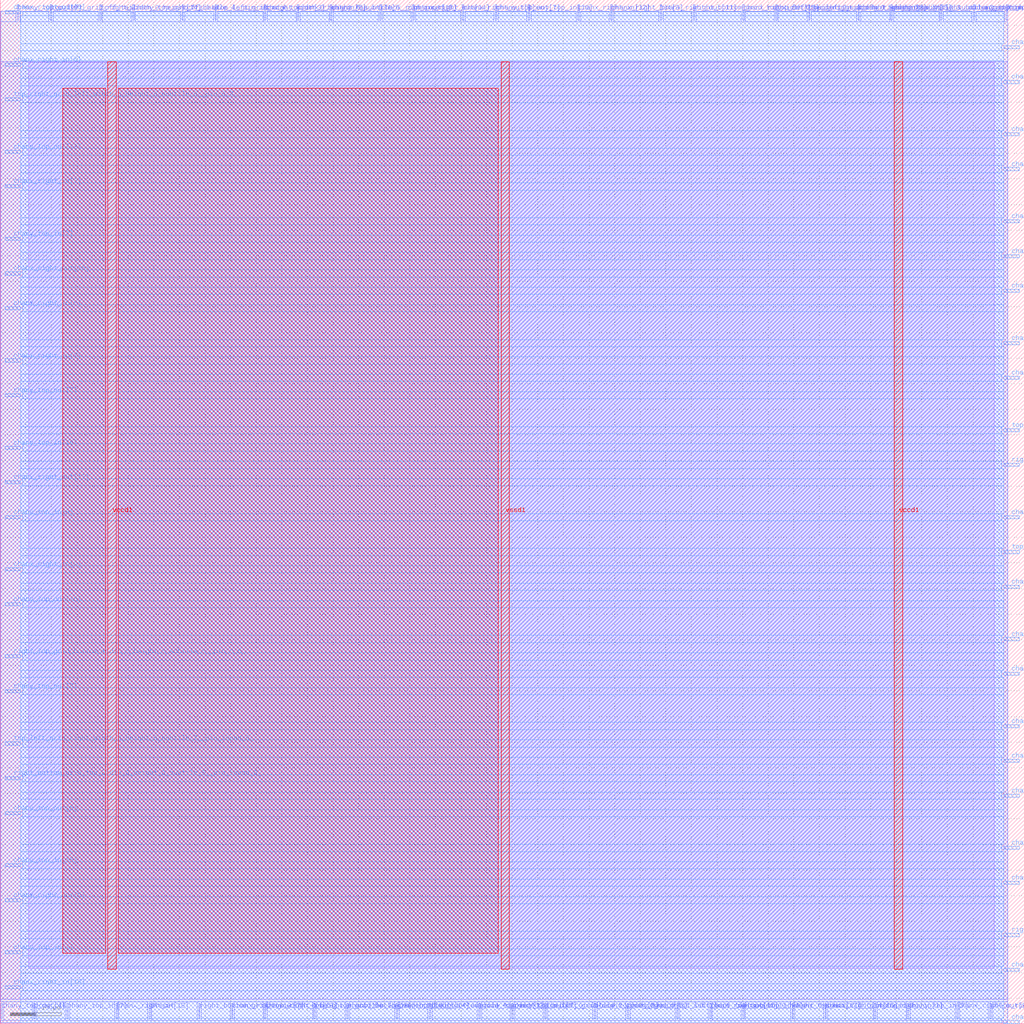
<source format=lef>
VERSION 5.7 ;
  NOWIREEXTENSIONATPIN ON ;
  DIVIDERCHAR "/" ;
  BUSBITCHARS "[]" ;
MACRO sb_0__0_
  CLASS BLOCK ;
  FOREIGN sb_0__0_ ;
  ORIGIN 0.000 0.000 ;
  SIZE 200.000 BY 200.000 ;
  PIN ccff_head
    DIRECTION INPUT ;
    USE SIGNAL ;
    PORT
      LAYER met2 ;
        RECT 35.510 196.000 35.790 199.000 ;
    END
  END ccff_head
  PIN ccff_tail
    DIRECTION OUTPUT TRISTATE ;
    USE SIGNAL ;
    PORT
      LAYER met2 ;
        RECT 19.410 196.000 19.690 199.000 ;
    END
  END ccff_tail
  PIN chanx_right_in[0]
    DIRECTION INPUT ;
    USE SIGNAL ;
    PORT
      LAYER met3 ;
        RECT 1.000 139.440 4.000 140.040 ;
    END
  END chanx_right_in[0]
  PIN chanx_right_in[10]
    DIRECTION INPUT ;
    USE SIGNAL ;
    PORT
      LAYER met3 ;
        RECT 196.000 57.840 199.000 58.440 ;
    END
  END chanx_right_in[10]
  PIN chanx_right_in[11]
    DIRECTION INPUT ;
    USE SIGNAL ;
    PORT
      LAYER met3 ;
        RECT 196.000 125.840 199.000 126.440 ;
    END
  END chanx_right_in[11]
  PIN chanx_right_in[12]
    DIRECTION INPUT ;
    USE SIGNAL ;
    PORT
      LAYER met2 ;
        RECT 112.790 196.000 113.070 199.000 ;
    END
  END chanx_right_in[12]
  PIN chanx_right_in[13]
    DIRECTION INPUT ;
    USE SIGNAL ;
    PORT
      LAYER met2 ;
        RECT 51.610 1.000 51.890 4.000 ;
    END
  END chanx_right_in[13]
  PIN chanx_right_in[14]
    DIRECTION INPUT ;
    USE SIGNAL ;
    PORT
      LAYER met2 ;
        RECT 77.370 1.000 77.650 4.000 ;
    END
  END chanx_right_in[14]
  PIN chanx_right_in[15]
    DIRECTION INPUT ;
    USE SIGNAL ;
    PORT
      LAYER met2 ;
        RECT 161.090 1.000 161.370 4.000 ;
    END
  END chanx_right_in[15]
  PIN chanx_right_in[16]
    DIRECTION INPUT ;
    USE SIGNAL ;
    PORT
      LAYER met3 ;
        RECT 1.000 6.840 4.000 7.440 ;
    END
  END chanx_right_in[16]
  PIN chanx_right_in[17]
    DIRECTION INPUT ;
    USE SIGNAL ;
    PORT
      LAYER met3 ;
        RECT 196.000 156.440 199.000 157.040 ;
    END
  END chanx_right_in[17]
  PIN chanx_right_in[18]
    DIRECTION INPUT ;
    USE SIGNAL ;
    PORT
      LAYER met2 ;
        RECT 22.630 1.000 22.910 4.000 ;
    END
  END chanx_right_in[18]
  PIN chanx_right_in[1]
    DIRECTION INPUT ;
    USE SIGNAL ;
    PORT
      LAYER met2 ;
        RECT 170.750 1.000 171.030 4.000 ;
    END
  END chanx_right_in[1]
  PIN chanx_right_in[2]
    DIRECTION INPUT ;
    USE SIGNAL ;
    PORT
      LAYER met3 ;
        RECT 1.000 163.240 4.000 163.840 ;
    END
  END chanx_right_in[2]
  PIN chanx_right_in[3]
    DIRECTION INPUT ;
    USE SIGNAL ;
    PORT
      LAYER met2 ;
        RECT 167.530 196.000 167.810 199.000 ;
    END
  END chanx_right_in[3]
  PIN chanx_right_in[4]
    DIRECTION INPUT ;
    USE SIGNAL ;
    PORT
      LAYER met3 ;
        RECT 196.000 98.640 199.000 99.240 ;
    END
  END chanx_right_in[4]
  PIN chanx_right_in[5]
    DIRECTION INPUT ;
    USE SIGNAL ;
    PORT
      LAYER met2 ;
        RECT 58.050 196.000 58.330 199.000 ;
    END
  END chanx_right_in[5]
  PIN chanx_right_in[6]
    DIRECTION INPUT ;
    USE SIGNAL ;
    PORT
      LAYER met3 ;
        RECT 1.000 187.040 4.000 187.640 ;
    END
  END chanx_right_in[6]
  PIN chanx_right_in[7]
    DIRECTION INPUT ;
    USE SIGNAL ;
    PORT
      LAYER met3 ;
        RECT 1.000 129.240 4.000 129.840 ;
    END
  END chanx_right_in[7]
  PIN chanx_right_in[8]
    DIRECTION INPUT ;
    USE SIGNAL ;
    PORT
      LAYER met2 ;
        RECT 193.290 1.000 193.570 4.000 ;
    END
  END chanx_right_in[8]
  PIN chanx_right_in[9]
    DIRECTION INPUT ;
    USE SIGNAL ;
    PORT
      LAYER met3 ;
        RECT 1.000 88.440 4.000 89.040 ;
    END
  END chanx_right_in[9]
  PIN chanx_right_out[0]
    DIRECTION OUTPUT TRISTATE ;
    USE SIGNAL ;
    PORT
      LAYER met3 ;
        RECT 196.000 173.440 199.000 174.040 ;
    END
  END chanx_right_out[0]
  PIN chanx_right_out[10]
    DIRECTION OUTPUT TRISTATE ;
    USE SIGNAL ;
    PORT
      LAYER met3 ;
        RECT 196.000 27.240 199.000 27.840 ;
    END
  END chanx_right_out[10]
  PIN chanx_right_out[11]
    DIRECTION OUTPUT TRISTATE ;
    USE SIGNAL ;
    PORT
      LAYER met2 ;
        RECT 128.890 196.000 129.170 199.000 ;
    END
  END chanx_right_out[11]
  PIN chanx_right_out[12]
    DIRECTION OUTPUT TRISTATE ;
    USE SIGNAL ;
    PORT
      LAYER met3 ;
        RECT 1.000 105.440 4.000 106.040 ;
    END
  END chanx_right_out[12]
  PIN chanx_right_out[13]
    DIRECTION OUTPUT TRISTATE ;
    USE SIGNAL ;
    PORT
      LAYER met2 ;
        RECT 74.150 196.000 74.430 199.000 ;
    END
  END chanx_right_out[13]
  PIN chanx_right_out[14]
    DIRECTION OUTPUT TRISTATE ;
    USE SIGNAL ;
    PORT
      LAYER met2 ;
        RECT 80.590 196.000 80.870 199.000 ;
    END
  END chanx_right_out[14]
  PIN chanx_right_out[15]
    DIRECTION OUTPUT TRISTATE ;
    USE SIGNAL ;
    PORT
      LAYER met2 ;
        RECT 144.990 196.000 145.270 199.000 ;
    END
  END chanx_right_out[15]
  PIN chanx_right_out[16]
    DIRECTION OUTPUT TRISTATE ;
    USE SIGNAL ;
    PORT
      LAYER met3 ;
        RECT 1.000 146.240 4.000 146.840 ;
    END
  END chanx_right_out[16]
  PIN chanx_right_out[17]
    DIRECTION OUTPUT TRISTATE ;
    USE SIGNAL ;
    PORT
      LAYER met3 ;
        RECT 196.000 190.440 199.000 191.040 ;
    END
  END chanx_right_out[17]
  PIN chanx_right_out[18]
    DIRECTION OUTPUT TRISTATE ;
    USE SIGNAL ;
    PORT
      LAYER met3 ;
        RECT 196.000 166.640 199.000 167.240 ;
    END
  END chanx_right_out[18]
  PIN chanx_right_out[1]
    DIRECTION OUTPUT TRISTATE ;
    USE SIGNAL ;
    PORT
      LAYER met3 ;
        RECT 196.000 183.640 199.000 184.240 ;
    END
  END chanx_right_out[1]
  PIN chanx_right_out[2]
    DIRECTION OUTPUT TRISTATE ;
    USE SIGNAL ;
    PORT
      LAYER met3 ;
        RECT 196.000 44.240 199.000 44.840 ;
    END
  END chanx_right_out[2]
  PIN chanx_right_out[3]
    DIRECTION OUTPUT TRISTATE ;
    USE SIGNAL ;
    PORT
      LAYER met2 ;
        RECT 119.230 196.000 119.510 199.000 ;
    END
  END chanx_right_out[3]
  PIN chanx_right_out[4]
    DIRECTION OUTPUT TRISTATE ;
    USE SIGNAL ;
    PORT
      LAYER met2 ;
        RECT 90.250 196.000 90.530 199.000 ;
    END
  END chanx_right_out[4]
  PIN chanx_right_out[5]
    DIRECTION OUTPUT TRISTATE ;
    USE SIGNAL ;
    PORT
      LAYER met3 ;
        RECT 1.000 23.840 4.000 24.440 ;
    END
  END chanx_right_out[5]
  PIN chanx_right_out[6]
    DIRECTION OUTPUT TRISTATE ;
    USE SIGNAL ;
    PORT
      LAYER met3 ;
        RECT 1.000 197.240 4.000 197.840 ;
    END
  END chanx_right_out[6]
  PIN chanx_right_out[7]
    DIRECTION OUTPUT TRISTATE ;
    USE SIGNAL ;
    PORT
      LAYER met2 ;
        RECT 45.170 1.000 45.450 4.000 ;
    END
  END chanx_right_out[7]
  PIN chanx_right_out[8]
    DIRECTION OUTPUT TRISTATE ;
    USE SIGNAL ;
    PORT
      LAYER met3 ;
        RECT 196.000 142.840 199.000 143.440 ;
    END
  END chanx_right_out[8]
  PIN chanx_right_out[9]
    DIRECTION OUTPUT TRISTATE ;
    USE SIGNAL ;
    PORT
      LAYER met2 ;
        RECT 186.850 1.000 187.130 4.000 ;
    END
  END chanx_right_out[9]
  PIN chany_top_in[0]
    DIRECTION INPUT ;
    USE SIGNAL ;
    PORT
      LAYER met3 ;
        RECT 196.000 74.840 199.000 75.440 ;
    END
  END chany_top_in[0]
  PIN chany_top_in[10]
    DIRECTION INPUT ;
    USE SIGNAL ;
    PORT
      LAYER met2 ;
        RECT 103.130 196.000 103.410 199.000 ;
    END
  END chany_top_in[10]
  PIN chany_top_in[11]
    DIRECTION INPUT ;
    USE SIGNAL ;
    PORT
      LAYER met2 ;
        RECT 64.490 196.000 64.770 199.000 ;
    END
  END chany_top_in[11]
  PIN chany_top_in[12]
    DIRECTION INPUT ;
    USE SIGNAL ;
    PORT
      LAYER met3 ;
        RECT 196.000 0.040 199.000 0.640 ;
    END
  END chany_top_in[12]
  PIN chany_top_in[13]
    DIRECTION INPUT ;
    USE SIGNAL ;
    PORT
      LAYER met3 ;
        RECT 196.000 149.640 199.000 150.240 ;
    END
  END chany_top_in[13]
  PIN chany_top_in[14]
    DIRECTION INPUT ;
    USE SIGNAL ;
    PORT
      LAYER met2 ;
        RECT 190.070 196.000 190.350 199.000 ;
    END
  END chany_top_in[14]
  PIN chany_top_in[15]
    DIRECTION INPUT ;
    USE SIGNAL ;
    PORT
      LAYER met3 ;
        RECT 1.000 30.640 4.000 31.240 ;
    END
  END chany_top_in[15]
  PIN chany_top_in[16]
    DIRECTION INPUT ;
    USE SIGNAL ;
    PORT
      LAYER met2 ;
        RECT 67.710 1.000 67.990 4.000 ;
    END
  END chany_top_in[16]
  PIN chany_top_in[17]
    DIRECTION INPUT ;
    USE SIGNAL ;
    PORT
      LAYER met3 ;
        RECT 196.000 34.040 199.000 34.640 ;
    END
  END chany_top_in[17]
  PIN chany_top_in[18]
    DIRECTION INPUT ;
    USE SIGNAL ;
    PORT
      LAYER met3 ;
        RECT 1.000 112.240 4.000 112.840 ;
    END
  END chany_top_in[18]
  PIN chany_top_in[1]
    DIRECTION INPUT ;
    USE SIGNAL ;
    PORT
      LAYER met3 ;
        RECT 1.000 13.640 4.000 14.240 ;
    END
  END chany_top_in[1]
  PIN chany_top_in[2]
    DIRECTION INPUT ;
    USE SIGNAL ;
    PORT
      LAYER met3 ;
        RECT 1.000 153.040 4.000 153.640 ;
    END
  END chany_top_in[2]
  PIN chany_top_in[3]
    DIRECTION INPUT ;
    USE SIGNAL ;
    PORT
      LAYER met2 ;
        RECT 51.610 196.000 51.890 199.000 ;
    END
  END chany_top_in[3]
  PIN chany_top_in[4]
    DIRECTION INPUT ;
    USE SIGNAL ;
    PORT
      LAYER met2 ;
        RECT 144.990 1.000 145.270 4.000 ;
    END
  END chany_top_in[4]
  PIN chany_top_in[5]
    DIRECTION INPUT ;
    USE SIGNAL ;
    PORT
      LAYER met2 ;
        RECT 173.970 196.000 174.250 199.000 ;
    END
  END chany_top_in[5]
  PIN chany_top_in[6]
    DIRECTION INPUT ;
    USE SIGNAL ;
    PORT
      LAYER met2 ;
        RECT 122.450 1.000 122.730 4.000 ;
    END
  END chany_top_in[6]
  PIN chany_top_in[7]
    DIRECTION INPUT ;
    USE SIGNAL ;
    PORT
      LAYER met2 ;
        RECT 12.970 1.000 13.250 4.000 ;
    END
  END chany_top_in[7]
  PIN chany_top_in[8]
    DIRECTION INPUT ;
    USE SIGNAL ;
    PORT
      LAYER met3 ;
        RECT 1.000 98.640 4.000 99.240 ;
    END
  END chany_top_in[8]
  PIN chany_top_in[9]
    DIRECTION INPUT ;
    USE SIGNAL ;
    PORT
      LAYER met2 ;
        RECT 177.190 1.000 177.470 4.000 ;
    END
  END chany_top_in[9]
  PIN chany_top_out[0]
    DIRECTION OUTPUT TRISTATE ;
    USE SIGNAL ;
    PORT
      LAYER met3 ;
        RECT 196.000 85.040 199.000 85.640 ;
    END
  END chany_top_out[0]
  PIN chany_top_out[10]
    DIRECTION OUTPUT TRISTATE ;
    USE SIGNAL ;
    PORT
      LAYER met3 ;
        RECT 196.000 51.040 199.000 51.640 ;
    END
  END chany_top_out[10]
  PIN chany_top_out[11]
    DIRECTION OUTPUT TRISTATE ;
    USE SIGNAL ;
    PORT
      LAYER met2 ;
        RECT 138.550 1.000 138.830 4.000 ;
    END
  END chany_top_out[11]
  PIN chany_top_out[12]
    DIRECTION OUTPUT TRISTATE ;
    USE SIGNAL ;
    PORT
      LAYER met3 ;
        RECT 1.000 170.040 4.000 170.640 ;
    END
  END chany_top_out[12]
  PIN chany_top_out[13]
    DIRECTION OUTPUT TRISTATE ;
    USE SIGNAL ;
    PORT
      LAYER met3 ;
        RECT 196.000 10.240 199.000 10.840 ;
    END
  END chany_top_out[13]
  PIN chany_top_out[14]
    DIRECTION OUTPUT TRISTATE ;
    USE SIGNAL ;
    PORT
      LAYER met2 ;
        RECT 25.850 196.000 26.130 199.000 ;
    END
  END chany_top_out[14]
  PIN chany_top_out[15]
    DIRECTION OUTPUT TRISTATE ;
    USE SIGNAL ;
    PORT
      LAYER met3 ;
        RECT 196.000 68.040 199.000 68.640 ;
    END
  END chany_top_out[15]
  PIN chany_top_out[16]
    DIRECTION OUTPUT TRISTATE ;
    USE SIGNAL ;
    PORT
      LAYER met3 ;
        RECT 1.000 81.640 4.000 82.240 ;
    END
  END chany_top_out[16]
  PIN chany_top_out[17]
    DIRECTION OUTPUT TRISTATE ;
    USE SIGNAL ;
    PORT
      LAYER met2 ;
        RECT 154.650 1.000 154.930 4.000 ;
    END
  END chany_top_out[17]
  PIN chany_top_out[18]
    DIRECTION OUTPUT TRISTATE ;
    USE SIGNAL ;
    PORT
      LAYER met3 ;
        RECT 196.000 132.640 199.000 133.240 ;
    END
  END chany_top_out[18]
  PIN chany_top_out[1]
    DIRECTION OUTPUT TRISTATE ;
    USE SIGNAL ;
    PORT
      LAYER met2 ;
        RECT 93.470 1.000 93.750 4.000 ;
    END
  END chany_top_out[1]
  PIN chany_top_out[2]
    DIRECTION OUTPUT TRISTATE ;
    USE SIGNAL ;
    PORT
      LAYER met3 ;
        RECT 1.000 122.440 4.000 123.040 ;
    END
  END chany_top_out[2]
  PIN chany_top_out[3]
    DIRECTION OUTPUT TRISTATE ;
    USE SIGNAL ;
    PORT
      LAYER met2 ;
        RECT 99.910 1.000 100.190 4.000 ;
    END
  END chany_top_out[3]
  PIN chany_top_out[4]
    DIRECTION OUTPUT TRISTATE ;
    USE SIGNAL ;
    PORT
      LAYER met2 ;
        RECT 0.090 1.000 0.370 4.000 ;
    END
  END chany_top_out[4]
  PIN chany_top_out[5]
    DIRECTION OUTPUT TRISTATE ;
    USE SIGNAL ;
    PORT
      LAYER met2 ;
        RECT 116.010 1.000 116.290 4.000 ;
    END
  END chany_top_out[5]
  PIN chany_top_out[6]
    DIRECTION OUTPUT TRISTATE ;
    USE SIGNAL ;
    PORT
      LAYER met3 ;
        RECT 1.000 40.840 4.000 41.440 ;
    END
  END chany_top_out[6]
  PIN chany_top_out[7]
    DIRECTION OUTPUT TRISTATE ;
    USE SIGNAL ;
    PORT
      LAYER met2 ;
        RECT 96.690 196.000 96.970 199.000 ;
    END
  END chany_top_out[7]
  PIN chany_top_out[8]
    DIRECTION OUTPUT TRISTATE ;
    USE SIGNAL ;
    PORT
      LAYER met3 ;
        RECT 1.000 64.640 4.000 65.240 ;
    END
  END chany_top_out[8]
  PIN chany_top_out[9]
    DIRECTION OUTPUT TRISTATE ;
    USE SIGNAL ;
    PORT
      LAYER met2 ;
        RECT 3.310 196.000 3.590 199.000 ;
    END
  END chany_top_out[9]
  PIN pReset
    DIRECTION INPUT ;
    USE SIGNAL ;
    PORT
      LAYER met2 ;
        RECT 29.070 1.000 29.350 4.000 ;
    END
  END pReset
  PIN prog_clk
    DIRECTION INPUT ;
    USE SIGNAL ;
    PORT
      LAYER met2 ;
        RECT 6.530 1.000 6.810 4.000 ;
    END
  END prog_clk
  PIN right_bottom_grid_top_width_0_height_0_subtile_0__pin_inpad_0_
    DIRECTION INPUT ;
    USE SIGNAL ;
    PORT
      LAYER met2 ;
        RECT 183.630 196.000 183.910 199.000 ;
    END
  END right_bottom_grid_top_width_0_height_0_subtile_0__pin_inpad_0_
  PIN right_bottom_grid_top_width_0_height_0_subtile_1__pin_inpad_0_
    DIRECTION INPUT ;
    USE SIGNAL ;
    PORT
      LAYER met2 ;
        RECT 135.330 196.000 135.610 199.000 ;
    END
  END right_bottom_grid_top_width_0_height_0_subtile_1__pin_inpad_0_
  PIN right_bottom_grid_top_width_0_height_0_subtile_2__pin_inpad_0_
    DIRECTION INPUT ;
    USE SIGNAL ;
    PORT
      LAYER met2 ;
        RECT 83.810 1.000 84.090 4.000 ;
    END
  END right_bottom_grid_top_width_0_height_0_subtile_2__pin_inpad_0_
  PIN right_bottom_grid_top_width_0_height_0_subtile_3__pin_inpad_0_
    DIRECTION INPUT ;
    USE SIGNAL ;
    PORT
      LAYER met2 ;
        RECT 196.510 196.000 196.790 199.000 ;
    END
  END right_bottom_grid_top_width_0_height_0_subtile_3__pin_inpad_0_
  PIN right_bottom_grid_top_width_0_height_0_subtile_4__pin_inpad_0_
    DIRECTION INPUT ;
    USE SIGNAL ;
    PORT
      LAYER met3 ;
        RECT 196.000 17.040 199.000 17.640 ;
    END
  END right_bottom_grid_top_width_0_height_0_subtile_4__pin_inpad_0_
  PIN right_bottom_grid_top_width_0_height_0_subtile_5__pin_inpad_0_
    DIRECTION INPUT ;
    USE SIGNAL ;
    PORT
      LAYER met3 ;
        RECT 1.000 47.640 4.000 48.240 ;
    END
  END right_bottom_grid_top_width_0_height_0_subtile_5__pin_inpad_0_
  PIN right_bottom_grid_top_width_0_height_0_subtile_6__pin_inpad_0_
    DIRECTION INPUT ;
    USE SIGNAL ;
    PORT
      LAYER met3 ;
        RECT 196.000 108.840 199.000 109.440 ;
    END
  END right_bottom_grid_top_width_0_height_0_subtile_6__pin_inpad_0_
  PIN right_bottom_grid_top_width_0_height_0_subtile_7__pin_inpad_0_
    DIRECTION INPUT ;
    USE SIGNAL ;
    PORT
      LAYER met2 ;
        RECT 38.730 1.000 39.010 4.000 ;
    END
  END right_bottom_grid_top_width_0_height_0_subtile_7__pin_inpad_0_
  PIN right_top_grid_bottom_width_0_height_0_subtile_0__pin_O_2_
    DIRECTION INPUT ;
    USE SIGNAL ;
    PORT
      LAYER met2 ;
        RECT 61.270 1.000 61.550 4.000 ;
    END
  END right_top_grid_bottom_width_0_height_0_subtile_0__pin_O_2_
  PIN right_top_grid_bottom_width_0_height_0_subtile_0__pin_O_6_
    DIRECTION INPUT ;
    USE SIGNAL ;
    PORT
      LAYER met3 ;
        RECT 1.000 71.440 4.000 72.040 ;
    END
  END right_top_grid_bottom_width_0_height_0_subtile_0__pin_O_6_
  PIN top_left_grid_right_width_0_height_0_subtile_0__pin_inpad_0_
    DIRECTION INPUT ;
    USE SIGNAL ;
    PORT
      LAYER met3 ;
        RECT 196.000 115.640 199.000 116.240 ;
    END
  END top_left_grid_right_width_0_height_0_subtile_0__pin_inpad_0_
  PIN top_left_grid_right_width_0_height_0_subtile_1__pin_inpad_0_
    DIRECTION INPUT ;
    USE SIGNAL ;
    PORT
      LAYER met2 ;
        RECT 106.350 1.000 106.630 4.000 ;
    END
  END top_left_grid_right_width_0_height_0_subtile_1__pin_inpad_0_
  PIN top_left_grid_right_width_0_height_0_subtile_2__pin_inpad_0_
    DIRECTION INPUT ;
    USE SIGNAL ;
    PORT
      LAYER met2 ;
        RECT 157.870 196.000 158.150 199.000 ;
    END
  END top_left_grid_right_width_0_height_0_subtile_2__pin_inpad_0_
  PIN top_left_grid_right_width_0_height_0_subtile_3__pin_inpad_0_
    DIRECTION INPUT ;
    USE SIGNAL ;
    PORT
      LAYER met2 ;
        RECT 151.430 196.000 151.710 199.000 ;
    END
  END top_left_grid_right_width_0_height_0_subtile_3__pin_inpad_0_
  PIN top_left_grid_right_width_0_height_0_subtile_4__pin_inpad_0_
    DIRECTION INPUT ;
    USE SIGNAL ;
    PORT
      LAYER met2 ;
        RECT 9.750 196.000 10.030 199.000 ;
    END
  END top_left_grid_right_width_0_height_0_subtile_4__pin_inpad_0_
  PIN top_left_grid_right_width_0_height_0_subtile_5__pin_inpad_0_
    DIRECTION INPUT ;
    USE SIGNAL ;
    PORT
      LAYER met2 ;
        RECT 41.950 196.000 42.230 199.000 ;
    END
  END top_left_grid_right_width_0_height_0_subtile_5__pin_inpad_0_
  PIN top_left_grid_right_width_0_height_0_subtile_6__pin_inpad_0_
    DIRECTION INPUT ;
    USE SIGNAL ;
    PORT
      LAYER met2 ;
        RECT 132.110 1.000 132.390 4.000 ;
    END
  END top_left_grid_right_width_0_height_0_subtile_6__pin_inpad_0_
  PIN top_left_grid_right_width_0_height_0_subtile_7__pin_inpad_0_
    DIRECTION INPUT ;
    USE SIGNAL ;
    PORT
      LAYER met3 ;
        RECT 1.000 54.440 4.000 55.040 ;
    END
  END top_left_grid_right_width_0_height_0_subtile_7__pin_inpad_0_
  PIN top_right_grid_left_width_0_height_0_subtile_0__pin_O_3_
    DIRECTION INPUT ;
    USE SIGNAL ;
    PORT
      LAYER met3 ;
        RECT 1.000 180.240 4.000 180.840 ;
    END
  END top_right_grid_left_width_0_height_0_subtile_0__pin_O_3_
  PIN top_right_grid_left_width_0_height_0_subtile_0__pin_O_7_
    DIRECTION INPUT ;
    USE SIGNAL ;
    PORT
      LAYER met3 ;
        RECT 196.000 91.840 199.000 92.440 ;
    END
  END top_right_grid_left_width_0_height_0_subtile_0__pin_O_7_
  PIN vccd1
    DIRECTION INOUT ;
    USE POWER ;
    PORT
      LAYER met4 ;
        RECT 21.040 10.640 22.640 187.920 ;
    END
    PORT
      LAYER met4 ;
        RECT 174.640 10.640 176.240 187.920 ;
    END
  END vccd1
  PIN vssd1
    DIRECTION INOUT ;
    USE GROUND ;
    PORT
      LAYER met4 ;
        RECT 97.840 10.640 99.440 187.920 ;
    END
  END vssd1
  OBS
      LAYER li1 ;
        RECT 5.520 10.795 194.120 187.765 ;
      LAYER met1 ;
        RECT 0.070 4.800 196.810 187.920 ;
      LAYER met2 ;
        RECT 0.100 195.720 3.030 197.725 ;
        RECT 3.870 195.720 9.470 197.725 ;
        RECT 10.310 195.720 19.130 197.725 ;
        RECT 19.970 195.720 25.570 197.725 ;
        RECT 26.410 195.720 35.230 197.725 ;
        RECT 36.070 195.720 41.670 197.725 ;
        RECT 42.510 195.720 51.330 197.725 ;
        RECT 52.170 195.720 57.770 197.725 ;
        RECT 58.610 195.720 64.210 197.725 ;
        RECT 65.050 195.720 73.870 197.725 ;
        RECT 74.710 195.720 80.310 197.725 ;
        RECT 81.150 195.720 89.970 197.725 ;
        RECT 90.810 195.720 96.410 197.725 ;
        RECT 97.250 195.720 102.850 197.725 ;
        RECT 103.690 195.720 112.510 197.725 ;
        RECT 113.350 195.720 118.950 197.725 ;
        RECT 119.790 195.720 128.610 197.725 ;
        RECT 129.450 195.720 135.050 197.725 ;
        RECT 135.890 195.720 144.710 197.725 ;
        RECT 145.550 195.720 151.150 197.725 ;
        RECT 151.990 195.720 157.590 197.725 ;
        RECT 158.430 195.720 167.250 197.725 ;
        RECT 168.090 195.720 173.690 197.725 ;
        RECT 174.530 195.720 183.350 197.725 ;
        RECT 184.190 195.720 189.790 197.725 ;
        RECT 190.630 195.720 196.230 197.725 ;
        RECT 0.100 4.280 196.780 195.720 ;
        RECT 0.650 0.720 6.250 4.280 ;
        RECT 7.090 0.720 12.690 4.280 ;
        RECT 13.530 0.720 22.350 4.280 ;
        RECT 23.190 0.720 28.790 4.280 ;
        RECT 29.630 0.720 38.450 4.280 ;
        RECT 39.290 0.720 44.890 4.280 ;
        RECT 45.730 0.720 51.330 4.280 ;
        RECT 52.170 0.720 60.990 4.280 ;
        RECT 61.830 0.720 67.430 4.280 ;
        RECT 68.270 0.720 77.090 4.280 ;
        RECT 77.930 0.720 83.530 4.280 ;
        RECT 84.370 0.720 93.190 4.280 ;
        RECT 94.030 0.720 99.630 4.280 ;
        RECT 100.470 0.720 106.070 4.280 ;
        RECT 106.910 0.720 115.730 4.280 ;
        RECT 116.570 0.720 122.170 4.280 ;
        RECT 123.010 0.720 131.830 4.280 ;
        RECT 132.670 0.720 138.270 4.280 ;
        RECT 139.110 0.720 144.710 4.280 ;
        RECT 145.550 0.720 154.370 4.280 ;
        RECT 155.210 0.720 160.810 4.280 ;
        RECT 161.650 0.720 170.470 4.280 ;
        RECT 171.310 0.720 176.910 4.280 ;
        RECT 177.750 0.720 186.570 4.280 ;
        RECT 187.410 0.720 193.010 4.280 ;
        RECT 193.850 0.720 196.780 4.280 ;
        RECT 0.100 0.155 196.780 0.720 ;
      LAYER met3 ;
        RECT 4.400 196.840 196.000 197.705 ;
        RECT 4.000 191.440 196.000 196.840 ;
        RECT 4.000 190.040 195.600 191.440 ;
        RECT 4.000 188.040 196.000 190.040 ;
        RECT 4.400 186.640 196.000 188.040 ;
        RECT 4.000 184.640 196.000 186.640 ;
        RECT 4.000 183.240 195.600 184.640 ;
        RECT 4.000 181.240 196.000 183.240 ;
        RECT 4.400 179.840 196.000 181.240 ;
        RECT 4.000 174.440 196.000 179.840 ;
        RECT 4.000 173.040 195.600 174.440 ;
        RECT 4.000 171.040 196.000 173.040 ;
        RECT 4.400 169.640 196.000 171.040 ;
        RECT 4.000 167.640 196.000 169.640 ;
        RECT 4.000 166.240 195.600 167.640 ;
        RECT 4.000 164.240 196.000 166.240 ;
        RECT 4.400 162.840 196.000 164.240 ;
        RECT 4.000 157.440 196.000 162.840 ;
        RECT 4.000 156.040 195.600 157.440 ;
        RECT 4.000 154.040 196.000 156.040 ;
        RECT 4.400 152.640 196.000 154.040 ;
        RECT 4.000 150.640 196.000 152.640 ;
        RECT 4.000 149.240 195.600 150.640 ;
        RECT 4.000 147.240 196.000 149.240 ;
        RECT 4.400 145.840 196.000 147.240 ;
        RECT 4.000 143.840 196.000 145.840 ;
        RECT 4.000 142.440 195.600 143.840 ;
        RECT 4.000 140.440 196.000 142.440 ;
        RECT 4.400 139.040 196.000 140.440 ;
        RECT 4.000 133.640 196.000 139.040 ;
        RECT 4.000 132.240 195.600 133.640 ;
        RECT 4.000 130.240 196.000 132.240 ;
        RECT 4.400 128.840 196.000 130.240 ;
        RECT 4.000 126.840 196.000 128.840 ;
        RECT 4.000 125.440 195.600 126.840 ;
        RECT 4.000 123.440 196.000 125.440 ;
        RECT 4.400 122.040 196.000 123.440 ;
        RECT 4.000 116.640 196.000 122.040 ;
        RECT 4.000 115.240 195.600 116.640 ;
        RECT 4.000 113.240 196.000 115.240 ;
        RECT 4.400 111.840 196.000 113.240 ;
        RECT 4.000 109.840 196.000 111.840 ;
        RECT 4.000 108.440 195.600 109.840 ;
        RECT 4.000 106.440 196.000 108.440 ;
        RECT 4.400 105.040 196.000 106.440 ;
        RECT 4.000 99.640 196.000 105.040 ;
        RECT 4.400 98.240 195.600 99.640 ;
        RECT 4.000 92.840 196.000 98.240 ;
        RECT 4.000 91.440 195.600 92.840 ;
        RECT 4.000 89.440 196.000 91.440 ;
        RECT 4.400 88.040 196.000 89.440 ;
        RECT 4.000 86.040 196.000 88.040 ;
        RECT 4.000 84.640 195.600 86.040 ;
        RECT 4.000 82.640 196.000 84.640 ;
        RECT 4.400 81.240 196.000 82.640 ;
        RECT 4.000 75.840 196.000 81.240 ;
        RECT 4.000 74.440 195.600 75.840 ;
        RECT 4.000 72.440 196.000 74.440 ;
        RECT 4.400 71.040 196.000 72.440 ;
        RECT 4.000 69.040 196.000 71.040 ;
        RECT 4.000 67.640 195.600 69.040 ;
        RECT 4.000 65.640 196.000 67.640 ;
        RECT 4.400 64.240 196.000 65.640 ;
        RECT 4.000 58.840 196.000 64.240 ;
        RECT 4.000 57.440 195.600 58.840 ;
        RECT 4.000 55.440 196.000 57.440 ;
        RECT 4.400 54.040 196.000 55.440 ;
        RECT 4.000 52.040 196.000 54.040 ;
        RECT 4.000 50.640 195.600 52.040 ;
        RECT 4.000 48.640 196.000 50.640 ;
        RECT 4.400 47.240 196.000 48.640 ;
        RECT 4.000 45.240 196.000 47.240 ;
        RECT 4.000 43.840 195.600 45.240 ;
        RECT 4.000 41.840 196.000 43.840 ;
        RECT 4.400 40.440 196.000 41.840 ;
        RECT 4.000 35.040 196.000 40.440 ;
        RECT 4.000 33.640 195.600 35.040 ;
        RECT 4.000 31.640 196.000 33.640 ;
        RECT 4.400 30.240 196.000 31.640 ;
        RECT 4.000 28.240 196.000 30.240 ;
        RECT 4.000 26.840 195.600 28.240 ;
        RECT 4.000 24.840 196.000 26.840 ;
        RECT 4.400 23.440 196.000 24.840 ;
        RECT 4.000 18.040 196.000 23.440 ;
        RECT 4.000 16.640 195.600 18.040 ;
        RECT 4.000 14.640 196.000 16.640 ;
        RECT 4.400 13.240 196.000 14.640 ;
        RECT 4.000 11.240 196.000 13.240 ;
        RECT 4.000 9.840 195.600 11.240 ;
        RECT 4.000 7.840 196.000 9.840 ;
        RECT 4.400 6.440 196.000 7.840 ;
        RECT 4.000 1.040 196.000 6.440 ;
        RECT 4.000 0.175 195.600 1.040 ;
      LAYER met4 ;
        RECT 12.255 13.775 20.640 182.745 ;
        RECT 23.040 13.775 97.225 182.745 ;
  END
END sb_0__0_
END LIBRARY


</source>
